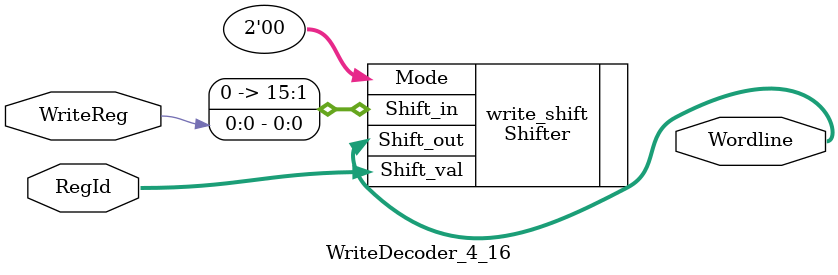
<source format=v>
module WriteDecoder_4_16(RegId, WriteReg, Wordline);

	// INPUTS AND OUTPUTS
	input [3:0] RegId;
	input WriteReg;
	output [15:0] Wordline;

	///////////////////////////////////////////
	// Wordline = 16'h000{WriteReg} << RegId //
	///////////////////////////////////////////
	Shifter write_shift(.Shift_out(Wordline), .Shift_in({{15{1'b0}},WriteReg}), .Shift_val(RegId), .Mode(2'b00));

endmodule

</source>
